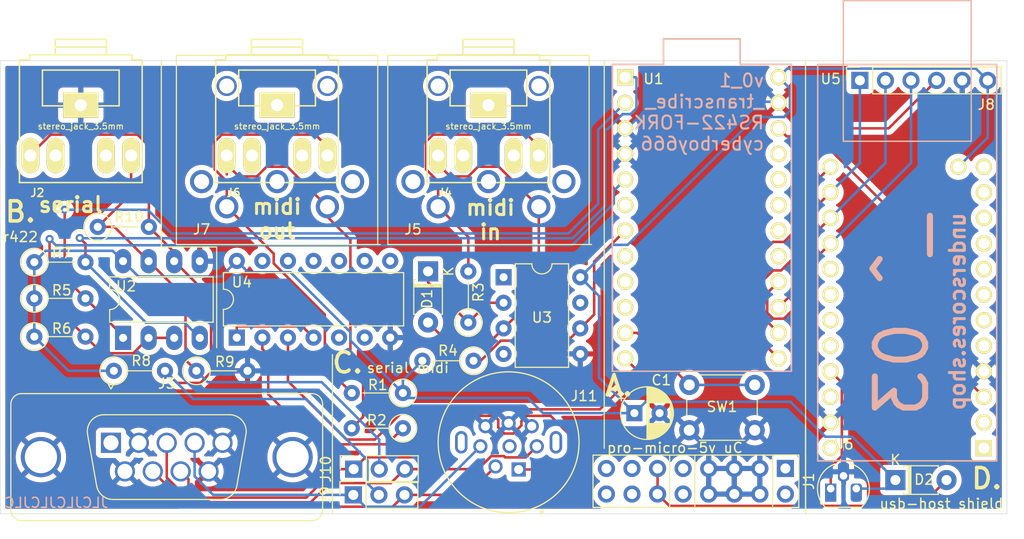
<source format=kicad_pcb>
(kicad_pcb (version 20211014) (generator pcbnew)
  (title_block (title "_transcribe_") (date "2022-02-22") (rev "v0_5_1") (company "cyberboy666") (comment 1 "CC-BY-SA"))
  (layers (0 "F.Cu" signal) (31 "B.Cu" signal) (34 "B.Paste" user) (35 "F.Paste" user) (36 "B.SilkS" user "B.Silkscreen") (37 "F.SilkS" user "F.Silkscreen") (38 "B.Mask" user) (39 "F.Mask" user) (44 "Edge.Cuts" user))
  (net 0 "")
  (net 3 "GND")
  (net 6 "Net-(D1-Pad1)")
  (net 7 "MIDI_IN_DATA")
  (net 8 "MIDI_IN_PLUS")
  (net 9 "MIDI_OUT_PLUS")
  (net 10 "MIDI_OUT_DATA")
  (net 14 "+5V")
  (net 15 "MIDI_SERIAL_IN")
  (net 16 "MIDI_SERIAL_OUT")
  (net 17 "RST_HOST")
  (net 19 "RS_SERIAL_MINUS")
  (net 20 "RS_SERIAL_PLUS")
  (net 22 "SKC_HOST")
  (net 23 "MISO_HOST")
  (net 24 "MOSI_HOST")
  (net 25 "SS_HOST")
  (net 28 "Net-(J10-Pad3)")
  (net 29 "Net-(J3-Pad2)")
  (net 30 "Net-(J10-Pad1)")
  (net 36 "3.3v")
  (net 44 "Net-(U4-Pad1)")
  (net 46 "TTL_SERIAL_IN")
  (net 47 "DIRECTION_SELECT")
  (net 48 "TTL_SERIAL_OUT")
  (net 63 "Net-(J3-Pad8)")
  (net 72 "Net-(R2-Pad1)")
  (net 87 "Net-(D2-Pad2)")
  (net 88 "Net-(SW1-Pad2)")
  (footprint "Package_DIP:DIP-8_W7.62mm" (layer "F.Cu") (at -240 -768.5)
    (fp_text reference "U3")
    (fp_text value "6N137")
  )
  (footprint "Resistor_THT:R_Axial_DIN0207_L6.3mm_D2.5mm_P5.08mm_Vertical" (layer "F.Cu") (at -242.985 -760.2 180)
    (fp_text reference "R4")
    (fp_text value "10k")
  )
  (footprint "Resistor_THT:R_Axial_DIN0207_L6.3mm_D2.5mm_P5.08mm_Vertical" (layer "F.Cu") (at -250 -757 180)
    (fp_text reference "R1")
    (fp_text value "220")
  )
  (footprint "Resistor_THT:R_Axial_DIN0207_L6.3mm_D2.5mm_P5.08mm_Vertical" (layer "F.Cu") (at -250 -753.5 180)
    (fp_text reference "R2")
    (fp_text value "220")
  )
  (footprint "Package_DIP:DIP-14_W7.62mm" (layer "F.Cu") (at -266.5 -762.5 90)
    (fp_text reference "U4")
    (fp_text value "CD4069")
  )
  (footprint "lib_fp:ProMicro" (layer "F.Cu") (at -220.3 -774.4 -90)
    (fp_text reference "U1" hide)
    (fp_text value "ProMicro")
  )
  (footprint "lib_fp:usbHostMidi" (layer "F.Cu") (at -199.9 -765.5 90)
    (fp_text reference "U5" hide)
    (fp_text value "usbHostMini")
  )
  (footprint "Capacitor_THT:CP_Radial_D5.0mm_P2.50mm" (layer "F.Cu") (at -227 -755)
    (fp_text reference "C1")
    (fp_text value "100uf")
  )
  (footprint "Diode_THT:D_T-1_P5.08mm_Horizontal" (layer "F.Cu") (at -247.5 -769.08 -90)
    (fp_text reference "D1")
    (fp_text value "1N4148")
  )
  (footprint "lib_fp:PinHeader_2x08_P2.54_Euro" (layer "F.Cu") (at -212 -749.5 -90)
    (fp_text reference "J1")
    (fp_text value "europower")
  )
  (footprint "Diode_THT:D_T-1_P5.08mm_Horizontal" (layer "F.Cu") (at -201.075 -748.35)
    (fp_text reference "D2")
    (fp_text value "1N4148")
  )
  (footprint "Resistor_THT:R_Axial_DIN0207_L6.3mm_D2.5mm_P5.08mm_Vertical" (layer "F.Cu") (at -243.5 -764 90)
    (fp_text reference "R3")
    (fp_text value "220")
  )
  (footprint "Connector_PinSocket_2.54mm:PinSocket_1x06_P2.54mm_Vertical" (layer "F.Cu") (at -204.6 -788.05 90)
    (fp_text reference "J8")
    (fp_text value "bootloader")
  )
  (footprint "Package_TO_SOT_THT:TO-92_HandSolder" (layer "F.Cu") (at -207.5 -747.5)
    (fp_text reference "U6")
    (fp_text value "78L33")
  )
  (footprint "lib_fp:horizontal_3.5mm_stereo_TRS_jack_A-853" (layer "F.Cu") (at -282 -784)
    (fp_text reference "J2")
    (fp_text value "stereo_jack_3.5mm")
  )
  (footprint "lib_fp:tht_DSUB-9_Vertical_Tayda" (layer "F.Cu") (at -279 -752.05)
    (fp_text reference "J3")
    (fp_text value "dsub9_socket")
  )
  (footprint "lib_fp:horizontal_3.5mm_stereo_TRS_jack_A-853" (layer "F.Cu") (at -241.5 -784)
    (fp_text reference "J4")
    (fp_text value "stereo_jack_3.5mm")
  )
  (footprint "lib_fp:horizontal_din5-A1010" (layer "F.Cu") (at -249 -778)
    (fp_text reference "J5")
    (fp_text value "din5")
  )
  (footprint "lib_fp:horizontal_3.5mm_stereo_TRS_jack_A-853" (layer "F.Cu") (at -262.5 -784)
    (fp_text reference "J6")
    (fp_text value "stereo_jack_3.5mm")
  )
  (footprint "lib_fp:horizontal_din5-A1010" (layer "F.Cu") (at -270 -778)
    (fp_text reference "J7")
    (fp_text value "din5")
  )
  (footprint "Button_Switch_THT:SW_PUSH_6mm_H7.3mm" (layer "F.Cu") (at -215.05 -753.3 180)
    (fp_text reference "SW1")
    (fp_text value "SW_Push_Dual")
  )
  (footprint "Package_DIP:DIP-8_W7.62mm_LongPads" (layer "F.Cu") (at -277.8 -762.475 90)
    (fp_text reference "U2")
    (fp_text value "MAX485E")
  )
  (footprint "Connector_PinSocket_2.54mm:PinSocket_1x03_P2.54mm_Vertical" (layer "F.Cu") (at -254.925 -746.875 90)
    (fp_text reference "J9")
    (fp_text value "jumper")
  )
  (footprint "lib_fp:CUI_MD-80SV" (layer "F.Cu") (at -239.5 -752.1)
    (fp_text reference "J11")
    (fp_text value "Mini-DIN-8")
  )
  (footprint "Connector_PinSocket_2.54mm:PinSocket_1x03_P2.54mm_Vertical" (layer "F.Cu") (at -254.89 -749.435 90)
    (fp_text reference "J10")
    (fp_text value "jumper")
  )
  (footprint "Resistor_THT:R_Axial_DIN0207_L6.3mm_D2.5mm_P5.08mm_Vertical" (layer "F.Cu") (at -270.515 -759.2)
    (fp_text reference "R9")
    (fp_text value "20k")
  )
  (footprint "Resistor_THT:R_Axial_DIN0207_L6.3mm_D2.5mm_P5.08mm_Vertical" (layer "F.Cu") (at -286.615 -766.4)
    (fp_text reference "R5")
    (fp_text value "10k")
  )
  (footprint "Resistor_THT:R_Axial_DIN0207_L6.3mm_D2.5mm_P5.08mm_Vertical" (layer "F.Cu") (at -286.615 -770)
    (fp_text reference "R7")
    (fp_text value "10k")
  )
  (footprint "Resistor_THT:R_Axial_DIN0207_L6.3mm_D2.5mm_P5.08mm_Vertical" (layer "F.Cu") (at -278.715 -759.2)
    (fp_text reference "R8")
    (fp_text value "20k")
  )
  (footprint "Resistor_THT:R_Axial_DIN0207_L6.3mm_D2.5mm_P5.08mm_Vertical" (layer "F.Cu") (at -286.615 -762.6)
    (fp_text reference "R6")
    (fp_text value "10k")
  )
  (footprint "Resistor_THT:R_Axial_DIN0207_L6.3mm_D2.5mm_P5.08mm_Vertical" (layer "F.Cu") (at -280.315 -773.5)
    (fp_text reference "R10")
    (fp_text value "120")
  )
  (gr_line (start -210 -790) (end -210 -745) (layer "F.SilkS") (width 0.12))
  (gr_line (start -268.5 -771.5) (end -274 -771.5) (layer "F.SilkS") (width 0.12))
  (gr_line (start -274 -771.5) (end -274 -790) (layer "F.SilkS") (width 0.12))
  (gr_line (start -268.5 -761.5) (end -268.5 -771.5) (layer "F.SilkS") (width 0.12))
  (gr_line (start -210 -745) (end -210 -754) (layer "F.SilkS") (width 0.12))
  (gr_line (start -230 -790) (end -230 -751.5) (layer "F.SilkS") (width 0.12))
  (gr_line (start -257 -745) (end -257 -760.82) (layer "F.SilkS") (width 0.12))
  (gr_line (start -290 -745) (end -290 -790) (layer "Edge.Cuts") (width 0.05))
  (gr_line (start -190 -790) (end -190 -745) (layer "Edge.Cuts") (width 0.05))
  (gr_line (start -190 -745) (end -290 -745) (layer "Edge.Cuts") (width 0.05))
  (gr_line (start -290 -790) (end -190 -790) (layer "Edge.Cuts") (width 0.05))
  (gr_text "_^ 03" (at -200.4 -764.6 90) (layer "B.SilkS") (effects (font (size 5 5) (thickness 0.6)) (justify mirror)))
  (gr_text "v0_1\n_transcribe_\nRS422-FORK\ncyberboy666" (at -214 -784.9) (layer "B.SilkS") (effects (font (size 1.3 1.3) (thickness 0.2)) (justify left mirror)))
  (gr_text "JLCJLCJLCJLC" (at -284.425 -746.1) (layer "B.SilkS") (effects (font (size 1 1)) (justify mirror)))
  (gr_text "underscores.shop" (at -194.9 -765.1 90) (layer "B.SilkS") (effects (font (size 1.5 1.5) (thickness 0.3)) (justify mirror)))
  (gr_text "A." (at -228.55 -757.725) (layer "F.SilkS") (effects (font (size 2 2) (thickness 0.35))))
  (gr_text "B." (at -288 -775) (layer "F.SilkS") (effects (font (size 2 2) (thickness 0.35))))
  (gr_text "pro-micro-5v uC" (at -222.975 -751.55) (layer "F.SilkS") (effects (font (size 1 1))))
  (gr_text "serial midi" (at -249.5 -759.5) (layer "F.SilkS") (effects (font (size 1 1))))
  (gr_text "r422" (at -288 -772.5) (layer "F.SilkS") (effects (font (size 1 1))))
  (gr_text "C." (at -255.5 -760) (layer "F.SilkS") (effects (font (size 2 2) (thickness 0.35))))
  (gr_text "midi\nout" (at -262.5 -774.3) (layer "F.SilkS") (effects (font (size 1.5 1.5) (thickness 0.3))))
  (gr_text "midi\nin" (at -241.3 -774.2) (layer "F.SilkS") (effects (font (size 1.5 1.5) (thickness 0.3))))
  (gr_text "serial" (at -283 -775.7) (layer "F.SilkS") (effects (font (size 1.5 1.5) (thickness 0.3))))
  (gr_text "usb-host shield" (at -196.5 -746) (layer "F.SilkS") (effects (font (size 1 1))))
  (gr_text "D." (at -192 -748.5) (layer "F.SilkS") (effects (font (size 2 2) (thickness 0.35))))
  (segment (start -227.62 -783.39) (end -225.08 -785.93) (width 0.25) (layer "B.Cu") (net 3))
  (segment (start -225.08 -785.93) (end -212.38 -785.93) (width 0.25) (layer "B.Cu") (net 3))
  (segment (start -243.5 -764) (end -241.54 -765.96) (width 0.25) (layer "F.Cu") (net 6))
  (segment (start -247.5 -768) (end -243.5 -764) (width 0.25) (layer "F.Cu") (net 6))
  (segment (start -240 -765.96) (end -241.54 -765.96) (width 0.25) (layer "F.Cu") (net 6))
  (segment (start -247.5 -768) (end -247.5 -769.08) (width 0.25) (layer "F.Cu") (net 6))
  (segment (start -242.542929 -779.475001) (end -243.50294 -778.51499) (width 0.25) (layer "F.Cu") (net 7))
  (segment (start -236.5 -774.5) (end -236.5 -766.92) (width 0.25) (layer "F.Cu") (net 7))
  (segment (start -240.475001 -779.475001) (end -242.542929 -779.475001) (width 0.25) (layer "F.Cu") (net 7))
  (segment (start -243.50294 -778.51499) (end -245.29999 -778.51499) (width 0.25) (layer "F.Cu") (net 7))
  (segment (start -236.5 -775.5) (end -240.475001 -779.475001) (width 0.25) (layer "F.Cu") (net 7))
  (segment (start -245.29999 -778.51499) (end -246.5 -779.715) (width 0.25) (layer "F.Cu") (net 7))
  (segment (start -240 -763.42) (end -241.42 -762) (width 0.25) (layer "F.Cu") (net 7))
  (segment (start -245.5 -762) (end -246.500001 -763.000001) (width 0.25) (layer "F.Cu") (net 7))
  (segment (start -241.42 -762) (end -245.5 -762) (width 0.25) (layer "F.Cu") (net 7))
  (segment (start -246.5 -779.715) (end -246.5 -780.59) (width 0.25) (layer "F.Cu") (net 7))
  (segment (start -236.5 -766.92) (end -240 -763.42) (width 0.25) (layer "F.Cu") (net 7))
  (segment (start -246.500001 -763.000001) (end -247.5 -764) (width 0.25) (layer "F.Cu") (net 7))
  (segment (start -246.99706 -782.66501) (end -237.66501 -782.66501) (width 0.25) (layer "F.Cu") (net 8))
  (segment (start -243.5 -772.5) (end -246.5 -775.5) (width 0.25) (layer "F.Cu") (net 8))
  (segment (start -237.66501 -782.66501) (end -236.5 -781.5) (width 0.25) (layer "F.Cu") (net 8))
  (segment (start -246.5 -778.01793) (end -247.70001 -779.21794) (width 0.25) (layer "F.Cu") (net 8))
  (segment (start -247.70001 -779.21794) (end -247.70001 -781.96206) (width 0.25) (layer "F.Cu") (net 8))
  (segment (start -243.5 -769.08) (end -243.5 -772.5) (width 0.25) (layer "F.Cu") (net 8))
  (segment (start -247.70001 -781.96206) (end -246.99706 -782.66501) (width 0.25) (layer "F.Cu") (net 8))
  (segment (start -236.5 -781.5) (end -236.5 -780.59) (width 0.25) (layer "F.Cu") (net 8))
  (segment (start -246.5 -775.5) (end -246.5 -778.01793) (width 0.25) (layer "F.Cu") (net 8))
  (segment (start -268.70001 -779.21794) (end -268.70001 -781.96206) (width 0.25) (layer "F.Cu") (net 9))
  (segment (start -257.754999 -764.789997) (end -262.834999 -769.869997) (width 0.25) (layer "F.Cu") (net 9))
  (segment (start -257.754999 -759.674999) (end -257.754999 -764.789997) (width 0.25) (layer "F.Cu") (net 9))
  (segment (start -267.99706 -782.66501) (end -258.70001 -782.66501) (width 0.25) (layer "F.Cu") (net 9))
  (segment (start -267.5 -775.5) (end -267.5 -778.01793) (width 0.25) (layer "F.Cu") (net 9))
  (segment (start -267.5 -778.01793) (end -268.70001 -779.21794) (width 0.25) (layer "F.Cu") (net 9))
  (segment (start -258.70001 -782.66501) (end -257.5 -781.465) (width 0.25) (layer "F.Cu") (net 9))
  (segment (start -255.08 -757) (end -257.754999 -759.674999) (width 0.25) (layer "F.Cu") (net 9))
  (segment (start -257.5 -781.465) (end -257.5 -780.59) (width 0.25) (layer "F.Cu") (net 9))
  (segment (start -262.834999 -769.869997) (end -262.834999 -770.834999) (width 0.25) (layer "F.Cu") (net 9))
  (segment (start -262.834999 -770.834999) (end -266.350001 -774.350001) (width 0.25) (layer "F.Cu") (net 9))
  (segment (start -268.70001 -781.96206) (end -267.99706 -782.66501) (width 0.25) (layer "F.Cu") (net 9))
  (segment (start -266.350001 -774.350001) (end -267.5 -775.5) (width 0.25) (layer "F.Cu") (net 9))
  (segment (start -255.214999 -759.749997) (end -255.214999 -772.214999) (width 0.25) (layer "F.Cu") (net 10))
  (segment (start -266.29999 -778.51499) (end -267.5 -779.715) (width 0.25) (layer "F.Cu") (net 10))
  (segment (start -253.954999 -758.489997) (end -255.214999 -759.749997) (width 0.25) (layer "F.Cu") (net 10))
  (segment (start -263.542929 -779.475001) (end -264.50294 -778.51499) (width 0.25) (layer "F.Cu") (net 10))
  (segment (start -261.475001 -779.475001) (end -263.542929 -779.475001) (width 0.25) (layer "F.Cu") (net 10))
  (segment (start -264.50294 -778.51499) (end -266.29999 -778.51499) (width 0.25) (layer "F.Cu") (net 10))
  (segment (start -267.5 -778.715) (end -267.5 -780.59) (width 0.25) (layer "F.Cu") (net 10))
  (segment (start -267.5 -778.715) (end -267.5 -779.59) (width 0.25) (layer "F.Cu") (net 10))
  (segment (start -255.08 -753.5) (end -253.954999 -754.625001) (width 0.25) (layer "F.Cu") (net 10))
  (segment (start -253.954999 -754.625001) (end -253.954999 -758.489997) (width 0.25) (layer "F.Cu") (net 10))
  (segment (start -267.5 -779.715) (end -267.5 -780.59) (width 0.25) (layer "F.Cu") (net 10))
  (segment (start -256.350001 -773.350001) (end -257.5 -774.5) (width 0.25) (layer "F.Cu") (net 10))
  (segment (start -257.5 -775.5) (end -261.475001 -779.475001) (width 0.25) (layer "F.Cu") (net 10))
  (segment (start -255.214999 -772.214999) (end -256.350001 -773.350001) (width 0.25) (layer "F.Cu") (net 10))
  (segment (start -230.514511 -766.634511) (end -230.514511 -758.514511) (width 0.25) (layer "B.Cu") (net 14))
  (segment (start -229.164999 -771.715001) (end -231.580001 -769.299999) (width 0.25) (layer "B.Cu") (net 14))
  (segment (start -266.5 -770.12) (end -268.04952 -768.57048) (width 0.25) (layer "B.Cu") (net 14))
  (segment (start -227.669997 -771.715001) (end -229.164999 -771.715001) (width 0.25) (layer "B.Cu") (net 14))
  (segment (start -255.214999 -763.040001) (end -261.169997 -768.994999) (width 0.25) (layer "B.Cu") (net 14))
  (segment (start -261.169997 -768.994999) (end -265.374999 -768.994999) (width 0.25) (layer "B.Cu") (net 14))
  (segment (start -265.374999 -768.994999) (end -265.700001 -769.320001) (width 0.25) (layer "B.Cu") (net 14))
  (segment (start -212.68 -788.37) (end -211.554999 -787.244999) (width 0.25) (layer "B.Cu") (net 14))
  (segment (start -201.925 -747.5) (end -201.075 -748.35) (width 0.25) (layer "B.Cu") (net 14))
  (segment (start -191.9 -788.05) (end -193.075001 -789.225001) (width 0.25) (layer "B.Cu") (net 14))
  (segment (start -249.5 -756.5) (end -250 -757) (width 0.25) (layer "B.Cu") (net 14))
  (segment (start -211.824999 -789.225001) (end -211.880001 -789.169999) (width 0.25) (layer "B.Cu") (net 14))
  (segment (start -283.215 -759.2) (end -278.715 -759.2) (width 0.25) (layer "B.Cu") (net 14))
  (segment (start -225.874999 -756.125001) (end -211.500001 -756.125001) (width 0.25) (layer "B.Cu") (net 14))
  (segment (start -191.9 -782.39) (end -191.9 -788.05) (width 0.25) (layer "B.Cu") (net 14))
  (segment (start -250 -757) (end -250 -758.265) (width 0.25) (layer "B.Cu") (net 14))
  (segment (start -250 -758.265) (end -248.065 -760.2) (width 0.25) (layer "B.Cu") (net 14))
  (segment (start -236.08 -755) (end -237.58 -756.5) (width 0.25) (layer "B.Cu") (net 14))
  (segment (start -277.8 -770.095) (end -278.829511 -771.124511) (width 0.25) (layer "B.Cu") (net 14))
  (segment (start -278.829511 -771.124511) (end -285.490489 -771.124511) (width 0.25) (layer "B.Cu") (net 14))
  (segment (start -255.214999 -762.214999) (end -255.214999 -763.040001) (width 0.25) (layer "B.Cu") (net 14))
  (segment (start -211.880001 -789.169999) (end -212.68 -788.37) (width 0.25) (layer "B.Cu") (net 14))
  (segment (start -285.490489 -771.124511) (end -286.615 -770) (width 0.25) (layer "B.Cu") (net 14))
  (segment (start -205.380001 -752.655001) (end -201.075 -748.35) (width 0.25) (layer "B.Cu") (net 14))
  (segment (start -211.554999 -787.244999) (end -211.554999 -785.000001) (width 0.25) (layer "B.Cu") (net 14))
  (segment (start -237.58 -756.5) (end -249.5 -756.5) (width 0.25) (layer "B.Cu") (net 14))
  (segment (start -193.075001 -789.225001) (end -211.824999 -789.225001) (width 0.25) (layer "B.Cu") (net 14))
  (segment (start -227 -755) (end -236.08 -755) (width 0.25) (layer "B.Cu") (net 14))
  (segment (start -232.38 -768.5) (end -230.514511 -766.634511) (width 0.25) (layer "B.Cu") (net 14))
  (segment (start -227 -755) (end -225.874999 -756.125001) (width 0.25) (layer "B.Cu") (net 14))
  (segment (start -214.969997 -784.415001) (end -227.669997 -771.715001) (width 0.25) (layer "B.Cu") (net 14))
  (segment (start -286.615 -770) (end -286.615 -766.4) (width 0.25) (layer "B.Cu") (net 14))
  (segment (start -276.27548 -768.57048) (end -277.8 -770.095) (width 0.25) (layer "B.Cu") (net 14))
  (segment (start -208.030001 -752.655001) (end -205.380001 -752.655001) (width 0.25) (layer "B.Cu") (net 14))
  (segment (start -211.500001 -756.125001) (end -208.030001 -752.655001) (width 0.25) (layer "B.Cu") (net 14))
  (segment (start -268.04952 -768.57048) (end -276.27548 -768.57048) (width 0.25) (layer "B.Cu") (net 14))
  (segment (start -194.82 -779.47) (end -191.9 -782.39) (width 0.25) (layer "B.Cu") (net 14))
  (segment (start -250 -757) (end -255.214999 -762.214999) (width 0.25) (layer "B.Cu") (net 14))
  (segment (start -231.580001 -769.299999) (end -232.38 -768.5) (width 0.25) (layer "B.Cu") (net 14))
  (segment (start -204.96 -747.5) (end -201.925 -747.5) (width 0.25) (layer "B.Cu") (net 14))
  (segment (start -212.139999 -784.415001) (end -214.969997 -784.415001) (width 0.25) (layer "B.Cu") (net 14))
  (segment (start -265.700001 -769.320001) (end -266.5 -770.12) (width 0.25) (layer "B.Cu") (net 14))
  (segment (start -230.514511 -758.514511) (end -227 -755) (width 0.25) (layer "B.Cu") (net 14))
  (segment (start -286.615 -762.6) (end -283.215 -759.2) (width 0.25) (layer "B.Cu") (net 14))
  (segment (start -286.615 -766.4) (end -286.615 -762.6) (width 0.25) (layer "B.Cu") (net 14))
  (segment (start -211.554999 -785.000001) (end -212.139999 -784.415001) (width 0.25) (layer "B.Cu") (net 14))
  (segment (start -231 -770.05) (end -228.719999 -772.330001) (width 0.25) (layer "F.Cu") (net 15))
  (segment (start -232.38 -763.42) (end -231 -764.8) (width 0.25) (layer "F.Cu") (net 15))
  (segment (start -242.985 -760.2) (end -242.2703 -760.2) (width 0.25) (layer "F.Cu") (net 15))
  (segment (start -233.6 -762.2) (end -232.38 -763.42) (width 0.25) (layer "F.Cu") (net 15))
  (segment (start -228.719999 -772.330001) (end -227.92 -773.13) (width 0.25) (layer "F.Cu") (net 15))
  (segment (start -240.2703 -762.2) (end -233.6 -762.2) (width 0.25) (layer "F.Cu") (net 15))
  (segment (start -231 -764.8) (end -231 -770.05) (width 0.25) (layer "F.Cu") (net 15))
  (segment (start -242.2703 -760.2) (end -240.2703 -762.2) (width 0.25) (layer "F.Cu") (net 15))
  (segment (start -226.794999 -759.304999) (end -227.92 -760.43) (width 0.25) (layer "F.Cu") (net 16))
  (segment (start -261.42 -762.5) (end -261.42 -758.174998) (width 0.25) (layer "F.Cu") (net 16))
  (segment (start -252.790003 -752.374999) (end -249.790003 -755.374999) (width 0.25) (layer "F.Cu") (net 16))
  (segment (start -230.425001 -755.374999) (end -226.794999 -759.005001) (width 0.25) (layer "F.Cu") (net 16))
  (segment (start -255.620001 -752.374999) (end -252.790003 -752.374999) (width 0.25) (layer "F.Cu") (net 16))
  (segment (start -226.794999 -759.005001) (end -226.794999 -759.304999) (width 0.25) (layer "F.Cu") (net 16))
  (segment (start -249.790003 -755.374999) (end -230.425001 -755.374999) (width 0.25) (layer "F.Cu") (net 16))
  (segment (start -261.42 -758.174998) (end -255.620001 -752.374999) (width 0.25) (layer "F.Cu") (net 16))
  (segment (start -208.075 -783.29) (end -208.874999 -782.490001) (width 0.25) (layer "F.Cu") (net 17))
  (segment (start -211.880001 -782.490001) (end -208.874999 -782.490001) (width 0.25) (layer "F.Cu") (net 17))
  (segment (start -212.68 -783.29) (end -211.880001 -782.490001) (width 0.25) (layer "F.Cu") (net 17))
  (segment (start -196.98 -788.05) (end -201.74 -783.29) (width 0.25) (layer "F.Cu") (net 17))
  (segment (start -208.874999 -782.490001) (end -196.6 -770.215002) (width 0.25) (layer "F.Cu") (net 17))
  (segment (start -196.6 -770.215002) (end -196.6 -760.93) (width 0.25) (layer "F.Cu") (net 17))
  (segment (start -196.6 -760.93) (end -192.28 -756.61) (width 0.25) (layer "F.Cu") (net 17))
  (segment (start -201.74 -783.29) (end -208.075 -783.29) (width 0.25) (layer "F.Cu") (net 17))
  (segment (start -278.665 -773.5) (end -280.315 -773.5) (width 0.25) (layer "F.Cu") (net 19))
  (segment (start -275.26 -770.095) (end -271.59548 -766.43048) (width 0.25) (layer "F.Cu") (net 19))
  (segment (start -275.26 -770.095) (end -278.665 -773.5) (width 0.25) (layer "F.Cu") (net 19))
  (segment (start -271.59548 -760.28048) (end -270.515 -759.2) (width 0.25) (layer "F.Cu") (net 19))
  (segment (start -280.315 -773.5) (end -277 -776.815) (width 0.25) (layer "F.Cu") (net 19))
  (segment (start -271.59548 -766.43048) (end -271.59548 -760.28048) (width 0.25) (layer "F.Cu") (net 19))
  (segment (start -277 -776.815) (end -277 -780.59) (width 0.25) (layer "F.Cu") (net 19))
  (segment (start -252.35 -752.3603) (end -258.065189 -758.075489) (width 0.25) (layer "B.Cu") (net 19))
  (segment (start -258.065189 -758.075489) (end -269.390489 -758.075489) (width 0.25) (layer "B.Cu") (net 19))
  (segment (start -252.35 -749.435) (end -252.35 -752.3603) (width 0.25) (layer "B.Cu") (net 19))
  (segment (start -269.390489 -758.075489) (end -270.515 -759.2) (width 0.25) (layer "B.Cu") (net 19))
  (segment (start -269.05548 -759.06922) (end -270.1247 -758) (width 0.25) (layer "F.Cu") (net 20))
  (segment (start -287 -780.661377) (end -284.996857 -782.66452) (width 0.25) (layer "F.Cu") (net 20))
  (segment (start -272.435 -758) (end -273.635 -759.2) (width 0.25) (layer "F.Cu") (net 20))
  (segment (start -275.235 -781.535) (end -275.235 -773.5) (width 0.25) (layer "F.Cu") (net 20))
  (segment (start -276.36452 -782.66452) (end -275.235 -781.535) (width 0.25) (layer "F.Cu") (net 20))
  (segment (start -272.72 -770.985) (end -275.235 -773.5) (width 0.25) (layer "F.Cu") (net 20))
  (segment (start -284.996857 -782.66452) (end -276.36452 -782.66452) (width 0.25) (layer "F.Cu") (net 20))
  (segment (start -287 -780.59) (end -287 -780.661377) (width 0.25) (layer "F.Cu") (net 20))
  (segment (start -272.72 -770.095) (end -272.72 -770.985) (width 0.25) (layer "F.Cu") (net 20))
  (segment (start -270.1247 -758) (end -272.435 -758) (width 0.25) (layer "F.Cu") (net 20))
  (segment (start -272.72 -770.095) (end -269.05548 -766.43048) (width 0.25) (layer "F.Cu") (net 20))
  (segment (start -269.05548 -766.43048) (end -269.05548 -759.06922) (width 0.25) (layer "F.Cu") (net 20))
  (segment (start -259.6 -756.4) (end -270.835 -756.4) (width 0.25) (layer "B.Cu") (net 20))
  (segment (start -253.524511 -750.324511) (end -259.6 -756.4) (width 0.25) (layer "B.Cu") (net 20))
  (segment (start -253.524511 -748.014511) (end -253.524511 -750.324511) (width 0.25) (layer "B.Cu") (net 20))
  (segment (start -270.835 -756.4) (end -273.635 -759.2) (width 0.25) (layer "B.Cu") (net 20))
  (segment (start -252.385 -746.875) (end -253.524511 -748.014511) (width 0.25) (layer "B.Cu") (net 20))
  (segment (start -213.805001 -766.924999) (end -213.805001 -764.969999) (width 0.25) (layer "F.Cu") (net 22))
  (segment (start -213.220001 -764.384999) (end -212.139999 -764.384999) (width 0.25) (layer "F.Cu") (net 22))
  (segment (start -209.3 -770.07) (end -207.52 -771.85) (width 0.25) (layer "F.Cu") (net 22))
  (segment (start -212.68 -768.05) (end -213.805001 -766.924999) (width 0.25) (layer "F.Cu") (net 22))
  (segment (start -213.805001 -764.969999) (end -213.220001 -764.384999) (width 0.25) (layer "F.Cu") (net 22))
  (segment (start -209.3 -767.224998) (end -209.3 -770.07) (width 0.25) (layer "F.Cu") (net 22))
  (segment (start -212.139999 -764.384999) (end -209.3 -767.224998) (width 0.25) (layer "F.Cu") (net 22))
  (segment (start -207.52 -771.85) (end -199.52 -779.85) (width 0.25) (layer "B.Cu") (net 22))
  (segment (start -199.52 -779.85) (end -199.52 -788.05) (width 0.25) (layer "B.Cu") (net 22))
  (segment (start -210.2 -767.99) (end -210.2 -771.71) (width 0.25) (layer "F.Cu") (net 23))
  (segment (start -210.2 -771.71) (end -208.319999 -773.590001) (width 0.25) (layer "F.Cu") (net 23))
  (segment (start -212.68 -765.51) (end -210.2 -767.99) (width 0.25) (layer "F.Cu") (net 23))
  (segment (start -208.319999 -773.590001) (end -207.52 -774.39) (width 0.25) (layer "F.Cu") (net 23))
  (segment (start -202.06 -779.85) (end -202.06 -788.05) (width 0.25) (layer "B.Cu") (net 23))
  (segment (start -207.52 -774.39) (end -202.06 -779.85) (width 0.25) (layer "B.Cu") (net 23))
  (segment (start -214.5 -764.79) (end -212.68 -762.97) (width 0.25) (layer "F.Cu") (net 24))
  (segment (start -207.52 -776.93) (end -210.65001 -773.79999) (width 0.25) (layer "F.Cu") (net 24))
  (segment (start -214.5 -767.895002) (end -214.5 -764.79) (width 0.25) (layer "F.Cu") (net 24))
  (segment (start -213.220001 -769.175001) (end -214.5 -767.895002) (width 0.25) (layer "F.Cu") (net 24))
  (segment (start -212.429997 -769.175001) (end -213.220001 -769.175001) (width 0.25) (layer "F.Cu") (net 24))
  (segment (start -210.65001 -773.79999) (end -210.65001 -770.954988) (width 0.25) (layer "F.Cu") (net 24))
  (segment (start -210.65001 -770.954988) (end -212.429997 -769.175001) (width 0.25) (layer "F.Cu") (net 24))
  (segment (start -207.52 -776.93) (end -204.6 -779.85) (width 0.25) (layer "B.Cu") (net 24))
  (segment (start -204.6 -779.85) (end -204.6 -788.05) (width 0.25) (layer "B.Cu") (net 24))
  (segment (start -214.950009 -762.700009) (end -214.950009 -770.274991) (width 0.25) (layer "F.Cu") (net 25))
  (segment (start -214.950009 -770.274991) (end -213.220001 -772.004999) (width 0.25) (layer "F.Cu") (net 25))
  (segment (start -212.139999 -772.004999) (end -211.10002 -773.044978) (width 0.25) (layer "F.Cu") (net 25))
  (segment (start -212.68 -760.43) (end -214.950009 -762.700009) (width 0.25) (layer "F.Cu") (net 25))
  (segment (start -208.319999 -778.670001) (end -207.52 -779.47) (width 0.25) (layer "F.Cu") (net 25))
  (segment (start -211.10002 -773.044978) (end -211.10002 -775.88998) (width 0.25) (layer "F.Cu") (net 25))
  (segment (start -213.220001 -772.004999) (end -212.139999 -772.004999) (width 0.25) (layer "F.Cu") (net 25))
  (segment (start -211.10002 -775.88998) (end -208.319999 -778.670001) (width 0.25) (layer "F.Cu") (net 25))
  (segment (start -242.519535 -749.435) (end -241.226024 -750.728511) (width 0.25) (layer "F.Cu") (net 28))
  (segment (start -257.250489 -748.049511) (end -259.149991 -746.150009) (width 0.25) (layer "F.Cu") (net 28))
  (segment (start -239.957022 -750.728511) (end -239.828511 -750.6) (width 0.25) (layer "F.Cu") (net 28))
  (segment (start -259.149991 -746.150009) (end -271.00913 -746.150009) (width 0.25) (layer "F.Cu") (net 28))
  (segment (start -273.46 -748.600879) (end -273.46 -752.05) (width 0.25) (layer "F.Cu") (net 28))
  (segment (start -249.81 -749.435) (end -242.519535 -749.435) (width 0.25) (layer "F.Cu") (net 28))
  (segment (start -249.81 -749.435) (end -251.195489 -748.049511) (width 0.25) (layer "F.Cu") (net 28))
  (segment (start -237.8 -750.6) (end -236.7 -751.7) (width 0.25) (layer "F.Cu") (net 28))
  (segment (start -239.828511 -750.6) (end -237.8 -750.6) (width 0.25) (layer "F.Cu") (net 28))
  (segment (start -271.00913 -746.150009) (end -273.46 -748.600879) (width 0.25) (layer "F.Cu") (net 28))
  (segment (start -251.195489 -748.049511) (end -257.250489 -748.049511) (width 0.25) (layer "F.Cu") (net 28))
  (segment (start -241.226024 -750.728511) (end -239.957022 -750.728511) (width 0.25) (layer "F.Cu") (net 28))
  (segment (start -270.69 -748.721857) (end -270.69 -752.05) (width 0.25) (layer "B.Cu") (net 29))
  (segment (start -268.843143 -746.875) (end -270.69 -748.721857) (width 0.25) (layer "B.Cu") (net 29))
  (segment (start -254.925 -746.875) (end -268.843143 -746.875) (width 0.25) (layer "B.Cu") (net 29))
  (segment (start -253.750489 -745.700489) (end -248.299511 -745.700489) (width 0.25) (layer "B.Cu") (net 29))
  (segment (start -248.299511 -745.700489) (end -242.3 -751.7) (width 0.25) (layer "B.Cu") (net 29))
  (segment (start -254.925 -746.875) (end -253.750489 -745.700489) (width 0.25) (layer "B.Cu") (net 29))
  (segment (start -245.6 -752.1) (end -245.6 -753.4) (width 0.25) (layer "F.Cu") (net 30))
  (segment (start -271.3 -748.435) (end -272.075 -749.21) (width 0.25) (layer "F.Cu") (net 30))
  (segment (start -254.89 -749.435) (end -253.715489 -750.609511) (width 0.25) (layer "F.Cu") (net 30))
  (segment (start -240.528511 -753.573976) (end -239.926024 -752.971489) (width 0.25) (layer "F.Cu") (net 30))
  (segment (start -256.765 -749.435) (end -259.600471 -746.599529) (width 0.25) (layer "F.Cu") (net 30))
  (segment (start -271.3 -747.199529) (end -271.3 -748.435) (width 0.25) (layer "F.Cu") (net 30))
  (segment (start -239.926024 -752.971489) (end -239.028511 -752.971489) (width 0.25) (layer "F.Cu") (net 30))
  (segment (start -245.6 -753.4) (end -244.271489 -754.728511) (width 0.25) (layer "F.Cu") (net 30))
  (segment (start -244.271489 -754.728511) (end -240.928511 -754.728511) (width 0.25) (layer "F.Cu") (net 30))
  (segment (start -240.528511 -754.328511) (end -240.528511 -753.573976) (width 0.25) (layer "F.Cu") (net 30))
  (segment (start -254.89 -749.435) (end -256.765 -749.435) (width 0.25) (layer "F.Cu") (net 30))
  (segment (start -235.1 -749.4) (end -238.5 -749.4) (width 0.25) (layer "F.Cu") (net 30))
  (segment (start -253.715489 -750.609511) (end -247.090489 -750.609511) (width 0.25) (layer "F.Cu") (net 30))
  (segment (start -270.7 -746.599529) (end -271.3 -747.199529) (width 0.25) (layer "F.Cu") (net 30))
  (segment (start -233.5 -752.9) (end -233.5 -751) (width 0.25) (layer "F.Cu") (net 30))
  (segment (start -259.600471 -746.599529) (end -270.7 -746.599529) (width 0.25) (layer "F.Cu") (net 30))
  (segment (start -238.228511 -753.771489) (end -238.228511 -754.196968) (width 0.25) (layer "F.Cu") (net 30))
  (segment (start -240.928511 -754.728511) (end -240.528511 -754.328511) (width 0.25) (layer "F.Cu") (net 30))
  (segment (start -233.5 -751) (end -235.1 -749.4) (width 0.25) (layer "F.Cu") (net 30))
  (segment (start -235.328511 -754.728511) (end -233.5 -752.9) (width 0.25) (layer "F.Cu") (net 30))
  (segment (start -238.228511 -754.196968) (end -237.696968 -754.728511) (width 0.25) (layer "F.Cu") (net 30))
  (segment (start -247.090489 -750.609511) (end -245.6 -752.1) (width 0.25) (layer "F.Cu") (net 30))
  (segment (start -239.028511 -752.971489) (end -238.228511 -753.771489) (width 0.25) (layer "F.Cu") (net 30))
  (segment (start -237.696968 -754.728511) (end -235.328511 -754.728511) (width 0.25) (layer "F.Cu") (net 30))
  (segment (start -206.394999 -758.024999) (end -206.394999 -750.753545) (width 0.25) (layer "F.Cu") (net 36))
  (segment (start -207.52 -759.15) (end -206.394999 -758.024999) (width 0.25) (layer "F.Cu") (net 36))
  (segment (start -207.5 -749.648544) (end -207.5 -747.5) (width 0.25) (layer "F.Cu") (net 36))
  (segment (start -206.394999 -750.753545) (end -207.5 -749.648544) (width 0.25) (layer "F.Cu") (net 36))
  (segment (start -258.88 -762.5) (end -260.005001 -763.625001) (width 0.25) (layer "F.Cu") (net 44))
  (segment (start -260.005001 -763.625001) (end -266.424999 -763.625001) (width 0.25) (layer "F.Cu") (net 44))
  (segment (start -266.5 -763.55) (end -266.5 -762.5) (width 0.25) (layer "F.Cu") (net 44))
  (segment (start -266.424999 -763.625001) (end -266.5 -763.55) (width 0.25) (layer "F.Cu") (net 44))
  (segment (start -283.6 -775.2) (end -283.6 -768.465) (width 0.25) (layer "F.Cu") (net 46))
  (segment (start -277.8 -762.665) (end -281.535 -766.4) (width 0.25) (layer "F.Cu") (net 46))
  (segment (start -277.8 -762.475) (end -277.8 -762.665) (width 0.25) (layer "F.Cu") (net 46))
  (segment (start -283.6 -768.465) (end -281.535 -766.4) (width 0.25) (layer "F.Cu") (net 46))
  (via (at -283.6 -775.2) (size 0.8) (drill 0.4) (layers "F.Cu" "B.Cu") (net 46))
  (segment (start -233.54999 -772.85001) (end -272.99471 -772.85001) (width 0.25) (layer "B.Cu") (net 46))
  (segment (start -275.3447 -775.2) (end -282.7 -775.2) (width 0.25) (layer "B.Cu") (net 46))
  (segment (start -272.99471 -772.85001) (end -275.3447 -775.2) (width 0.25) (layer "B.Cu") (net 46))
  (segment (start -282.7 -775.2) (end -283.6 -775.2) (width 0.25) (layer "B.Cu") (net 46))
  (segment (start -230.6 -783.15) (end -227.92 -785.83) (width 0.25) (layer "B.Cu") (net 46))
  (segment (start -233.54999 -772.85001) (end -230.6 -775.8) (width 0.25) (layer "B.Cu") (net 46))
  (segment (start -230.6 -775.8) (end -230.6 -783.15) (width 0.25) (layer "B.Cu") (net 46))
  (segment (start -285.1 -766.165) (end -281.535 -762.6) (width 0.25) (layer "F.Cu") (net 47))
  (segment (start -272.72 -762.475) (end -275.26 -762.475) (width 0.25) (layer "F.Cu") (net 47))
  (segment (start -275.26 -762.475) (end -276.784511 -760.950489) (width 0.25) (layer "F.Cu") (net 47))
  (segment (start -285.1 -772.3) (end -285.1 -766.165) (width 0.25) (layer "F.Cu") (net 47))
  (segment (start -279.885489 -760.950489) (end -281.535 -762.6) (width 0.25) (layer "F.Cu") (net 47))
  (segment (start -276.784511 -760.950489) (end -279.885489 -760.950489) (width 0.25) (layer "F.Cu") (net 47))
  (via (at -285.1 -772.3) (size 0.8) (drill 0.4) (layers "F.Cu" "B.Cu") (net 47))
  (segment (start -284.475489 -771.675489) (end -285.1 -772.3) (width 0.25) (layer "B.Cu") (net 47))
  (segment (start -227.92 -778.21) (end -229.044511 -777.085489) (width 0.25) (layer "B.Cu") (net 47))
  (segment (start -229.044511 -777.085489) (end -229.044511 -775.819772) (width 0.25) (layer "B.Cu") (net 47))
  (segment (start -229.044511 -775.819772) (end -233.188794 -771.675489) (width 0.25) (layer "B.Cu") (net 47))
  (segment (start -233.188794 -771.675489) (end -284.475489 -771.675489) (width 0.25) (layer "B.Cu") (net 47))
  (segment (start -281.535 -771.835) (end -281.535 -770) (width 0.25) (layer "F.Cu") (net 48))
  (segment (start -282.1 -772.4) (end -281.535 -771.835) (width 0.25) (layer "F.Cu") (net 48))
  (via (at -282.1 -772.4) (size 0.8) (drill 0.4) (layers "F.Cu" "B.Cu") (net 48))
  (segment (start -226.794999 -788.294999) (end -226.87 -788.37) (width 0.25) (layer "B.Cu") (net 48))
  (segment (start -233.1 -772.4) (end -229.9 -775.6) (width 0.25) (layer "B.Cu") (net 48))
  (segment (start -233.124511 -772.375489) (end -282.075489 -772.375489) (width 0.25) (layer "B.Cu") (net 48))
  (segment (start -229.675002 -783.2) (end -228.170003 -784.704999) (width 0.25) (layer "B.Cu") (net 48))
  (segment (start -233.1 -772.4) (end -233.124511 -772.375489) (width 0.25) (layer "B.Cu") (net 48))
  (segment (start -271.70452 -763.99952) (end -275.53452 -763.99952) (width 0.25) (layer "B.Cu") (net 48))
  (segment (start -226.794999 -785.289999) (end -226.794999 -788.294999) (width 0.25) (layer "B.Cu") (net 48))
  (segment (start -229.9 -783.2) (end -229.675002 -783.2) (width 0.25) (layer "B.Cu") (net 48))
  (segment (start -282.075489 -772.375489) (end -282.1 -772.4) (width 0.25) (layer "B.Cu") (net 48))
  (segment (start -275.53452 -763.99952) (end -281.535 -770) (width 0.25) (layer "B.Cu") (net 48))
  (segment (start -228.170003 -784.704999) (end -227.379999 -784.704999) (width 0.25) (layer "B.Cu") (net 48))
  (segment (start -229.9 -775.6) (end -229.9 -783.2) (width 0.25) (layer "B.Cu") (net 48))
  (segment (start -270.18 -762.475) (end -271.70452 -763.99952) (width 0.25) (layer "B.Cu") (net 48))
  (segment (start -226.87 -788.37) (end -227.92 -788.37) (width 0.25) (layer "B.Cu") (net 48))
  (segment (start -227.379999 -784.704999) (end -226.794999 -785.289999) (width 0.25) (layer "B.Cu") (net 48))
  (segment (start -251.019511 -745.700489) (end -271.335489 -745.700489) (width 0.25) (layer "F.Cu") (net 63))
  (segment (start -249.845 -746.875) (end -243.625 -746.875) (width 0.25) (layer "F.Cu") (net 63))
  (segment (start -271.335489 -745.700489) (end -274.845 -749.21) (width 0.25) (layer "F.Cu") (net 63))
  (segment (start -243.625 -746.875) (end -240.8 -749.7) (width 0.25) (layer "F.Cu") (net 63))
  (segment (start -249.845 -746.875) (end -251.019511 -745.700489) (width 0.25) (layer "F.Cu") (net 63))
  (segment (start -263.374999 -756.874999) (end -263.374999 -760.783629) (width 0.25) (layer "F.Cu") (net 72))
  (segment (start -258.4 -751.9) (end -263.374999 -756.874999) (width 0.25) (layer "F.Cu") (net 72))
  (segment (start -263.374999 -760.783629) (end -263.96 -761.36863) (width 0.25) (layer "F.Cu") (net 72))
  (segment (start -263.96 -761.36863) (end -263.96 -762.5) (width 0.25) (layer "F.Cu") (net 72))
  (segment (start -250 -753.5) (end -251.6 -751.9) (width 0.25) (layer "F.Cu") (net 72))
  (segment (start -251.6 -751.9) (end -258.4 -751.9) (width 0.25) (layer "F.Cu") (net 72))
  (segment (start -198.560001 -745.784999) (end -195.995 -748.35) (width 0.25) (layer "F.Cu") (net 87))
  (segment (start -224.7 -746.96) (end -223.524999 -745.784999) (width 0.25) (layer "F.Cu") (net 87))
  (segment (start -223.524999 -745.784999) (end -198.560001 -745.784999) (width 0.25) (layer "F.Cu") (net 87))
  (segment (start -224.7 -746.96) (end -224.7 -749.5) (width 0.25) (layer "F.Cu") (net 87))
  (segment (start -221.55 -757.8) (end -226.72 -762.97) (width 0.25) (layer "F.Cu") (net 88))
  (segment (start -226.72 -762.97) (end -227.92 -762.97) (width 0.25) (layer "F.Cu") (net 88))
  (segment (start -221.55 -757.8) (end -215.05 -757.8) (width 0.25) (layer "B.Cu") (net 88))
  (zone (net 3) (net_name "GND") (layer "F.Cu") (connect_pads (clearance 0.508)) (min_thickness 0.254) (fill yes (thermal_gap 0.508) (thermal_bridge_width 0.508))
    (polygon (pts (xy -290 -790) (xy -190 -790) (xy -190 -745) (xy -290 -745)))
  )
  (zone (net 3) (net_name "GND") (layer "B.Cu") (connect_pads (clearance 0.508)) (min_thickness 0.254) (fill yes (thermal_gap 0.508) (thermal_bridge_width 0.508))
    (polygon (pts (xy -290 -790) (xy -190 -790) (xy -190 -745) (xy -290 -745)))
  )
)
</source>
